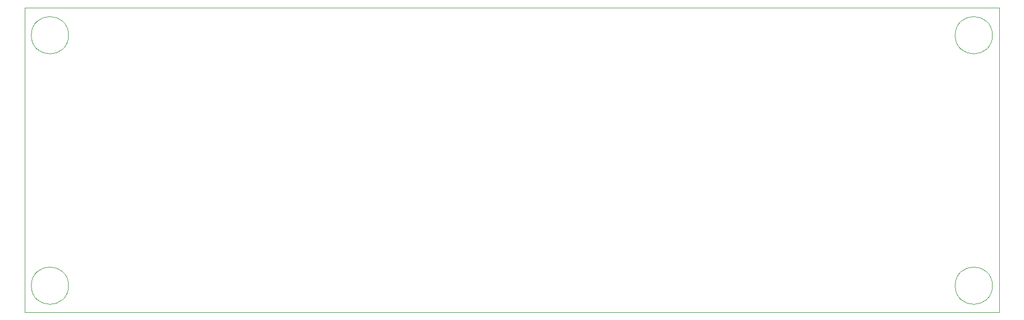
<source format=gm1>
%TF.GenerationSoftware,KiCad,Pcbnew,9.0.2*%
%TF.CreationDate,2025-08-20T17:26:38+02:00*%
%TF.ProjectId,esp32c6-charger,65737033-3263-4362-9d63-686172676572,rev?*%
%TF.SameCoordinates,Original*%
%TF.FileFunction,Profile,NP*%
%FSLAX45Y45*%
G04 Gerber Fmt 4.5, Leading zero omitted, Abs format (unit mm)*
G04 Created by KiCad (PCBNEW 9.0.2) date 2025-08-20 17:26:38*
%MOMM*%
%LPD*%
G01*
G04 APERTURE LIST*
%TA.AperFunction,Profile*%
%ADD10C,0.050000*%
%TD*%
G04 APERTURE END LIST*
D10*
X22885400Y-13563600D02*
G75*
G02*
X22273687Y-13563600I-305857J0D01*
G01*
X22273687Y-13563600D02*
G75*
G02*
X22885400Y-13563600I305856J0D01*
G01*
X23000000Y-14000000D02*
X7000000Y-14000000D01*
X22885400Y-9448800D02*
G75*
G02*
X22273687Y-9448800I-305857J0D01*
G01*
X22273687Y-9448800D02*
G75*
G02*
X22885400Y-9448800I305856J0D01*
G01*
X7722656Y-9448800D02*
G75*
G02*
X7110943Y-9448800I-305857J0D01*
G01*
X7110943Y-9448800D02*
G75*
G02*
X7722656Y-9448800I305857J0D01*
G01*
X23000000Y-9000000D02*
X23000000Y-14000000D01*
X7000000Y-9000000D02*
X7000000Y-14000000D01*
X23000000Y-9000000D02*
X7000000Y-9000000D01*
X7722656Y-13563600D02*
G75*
G02*
X7110943Y-13563600I-305857J0D01*
G01*
X7110943Y-13563600D02*
G75*
G02*
X7722656Y-13563600I305857J0D01*
G01*
M02*

</source>
